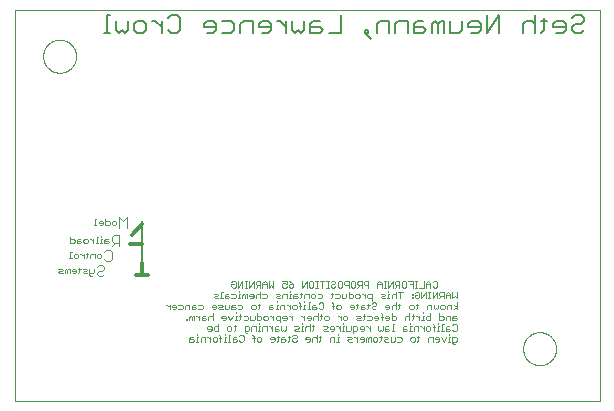
<source format=gbo>
G75*
%MOIN*%
%OFA0B0*%
%FSLAX25Y25*%
%IPPOS*%
%LPD*%
%AMOC8*
5,1,8,0,0,1.08239X$1,22.5*
%
%ADD10C,0.00000*%
%ADD11C,0.00500*%
%ADD12C,0.00200*%
%ADD13C,0.01200*%
%ADD14C,0.00300*%
D10*
X0001300Y0001300D02*
X0001300Y0131800D01*
X0196300Y0131800D01*
X0196300Y0001300D01*
X0001300Y0001300D01*
X0010800Y0116300D02*
X0010802Y0116448D01*
X0010808Y0116596D01*
X0010818Y0116744D01*
X0010832Y0116892D01*
X0010850Y0117039D01*
X0010872Y0117186D01*
X0010898Y0117332D01*
X0010927Y0117477D01*
X0010961Y0117622D01*
X0010999Y0117765D01*
X0011040Y0117908D01*
X0011085Y0118049D01*
X0011135Y0118189D01*
X0011187Y0118327D01*
X0011244Y0118465D01*
X0011304Y0118600D01*
X0011368Y0118734D01*
X0011435Y0118866D01*
X0011506Y0118996D01*
X0011581Y0119125D01*
X0011659Y0119251D01*
X0011740Y0119375D01*
X0011824Y0119497D01*
X0011912Y0119616D01*
X0012003Y0119733D01*
X0012097Y0119848D01*
X0012195Y0119960D01*
X0012295Y0120069D01*
X0012398Y0120176D01*
X0012504Y0120280D01*
X0012612Y0120381D01*
X0012724Y0120479D01*
X0012838Y0120574D01*
X0012954Y0120665D01*
X0013073Y0120754D01*
X0013194Y0120839D01*
X0013318Y0120921D01*
X0013444Y0121000D01*
X0013571Y0121075D01*
X0013701Y0121147D01*
X0013833Y0121216D01*
X0013966Y0121280D01*
X0014101Y0121341D01*
X0014238Y0121399D01*
X0014376Y0121453D01*
X0014516Y0121503D01*
X0014657Y0121549D01*
X0014799Y0121591D01*
X0014942Y0121630D01*
X0015086Y0121664D01*
X0015232Y0121695D01*
X0015377Y0121722D01*
X0015524Y0121745D01*
X0015671Y0121764D01*
X0015819Y0121779D01*
X0015966Y0121790D01*
X0016115Y0121797D01*
X0016263Y0121800D01*
X0016411Y0121799D01*
X0016559Y0121794D01*
X0016707Y0121785D01*
X0016855Y0121772D01*
X0017003Y0121755D01*
X0017149Y0121734D01*
X0017296Y0121709D01*
X0017441Y0121680D01*
X0017586Y0121648D01*
X0017729Y0121611D01*
X0017872Y0121571D01*
X0018014Y0121526D01*
X0018154Y0121478D01*
X0018293Y0121426D01*
X0018430Y0121371D01*
X0018566Y0121311D01*
X0018701Y0121248D01*
X0018833Y0121182D01*
X0018964Y0121112D01*
X0019093Y0121038D01*
X0019219Y0120961D01*
X0019344Y0120881D01*
X0019466Y0120797D01*
X0019587Y0120710D01*
X0019704Y0120620D01*
X0019820Y0120526D01*
X0019932Y0120430D01*
X0020042Y0120331D01*
X0020150Y0120228D01*
X0020254Y0120123D01*
X0020356Y0120015D01*
X0020454Y0119904D01*
X0020550Y0119791D01*
X0020643Y0119675D01*
X0020732Y0119557D01*
X0020818Y0119436D01*
X0020901Y0119313D01*
X0020981Y0119188D01*
X0021057Y0119061D01*
X0021130Y0118931D01*
X0021199Y0118800D01*
X0021264Y0118667D01*
X0021327Y0118533D01*
X0021385Y0118396D01*
X0021440Y0118258D01*
X0021490Y0118119D01*
X0021538Y0117978D01*
X0021581Y0117837D01*
X0021621Y0117694D01*
X0021656Y0117550D01*
X0021688Y0117405D01*
X0021716Y0117259D01*
X0021740Y0117113D01*
X0021760Y0116966D01*
X0021776Y0116818D01*
X0021788Y0116671D01*
X0021796Y0116522D01*
X0021800Y0116374D01*
X0021800Y0116226D01*
X0021796Y0116078D01*
X0021788Y0115929D01*
X0021776Y0115782D01*
X0021760Y0115634D01*
X0021740Y0115487D01*
X0021716Y0115341D01*
X0021688Y0115195D01*
X0021656Y0115050D01*
X0021621Y0114906D01*
X0021581Y0114763D01*
X0021538Y0114622D01*
X0021490Y0114481D01*
X0021440Y0114342D01*
X0021385Y0114204D01*
X0021327Y0114067D01*
X0021264Y0113933D01*
X0021199Y0113800D01*
X0021130Y0113669D01*
X0021057Y0113539D01*
X0020981Y0113412D01*
X0020901Y0113287D01*
X0020818Y0113164D01*
X0020732Y0113043D01*
X0020643Y0112925D01*
X0020550Y0112809D01*
X0020454Y0112696D01*
X0020356Y0112585D01*
X0020254Y0112477D01*
X0020150Y0112372D01*
X0020042Y0112269D01*
X0019932Y0112170D01*
X0019820Y0112074D01*
X0019704Y0111980D01*
X0019587Y0111890D01*
X0019466Y0111803D01*
X0019344Y0111719D01*
X0019219Y0111639D01*
X0019093Y0111562D01*
X0018964Y0111488D01*
X0018833Y0111418D01*
X0018701Y0111352D01*
X0018566Y0111289D01*
X0018430Y0111229D01*
X0018293Y0111174D01*
X0018154Y0111122D01*
X0018014Y0111074D01*
X0017872Y0111029D01*
X0017729Y0110989D01*
X0017586Y0110952D01*
X0017441Y0110920D01*
X0017296Y0110891D01*
X0017149Y0110866D01*
X0017003Y0110845D01*
X0016855Y0110828D01*
X0016707Y0110815D01*
X0016559Y0110806D01*
X0016411Y0110801D01*
X0016263Y0110800D01*
X0016115Y0110803D01*
X0015966Y0110810D01*
X0015819Y0110821D01*
X0015671Y0110836D01*
X0015524Y0110855D01*
X0015377Y0110878D01*
X0015232Y0110905D01*
X0015086Y0110936D01*
X0014942Y0110970D01*
X0014799Y0111009D01*
X0014657Y0111051D01*
X0014516Y0111097D01*
X0014376Y0111147D01*
X0014238Y0111201D01*
X0014101Y0111259D01*
X0013966Y0111320D01*
X0013833Y0111384D01*
X0013701Y0111453D01*
X0013571Y0111525D01*
X0013444Y0111600D01*
X0013318Y0111679D01*
X0013194Y0111761D01*
X0013073Y0111846D01*
X0012954Y0111935D01*
X0012838Y0112026D01*
X0012724Y0112121D01*
X0012612Y0112219D01*
X0012504Y0112320D01*
X0012398Y0112424D01*
X0012295Y0112531D01*
X0012195Y0112640D01*
X0012097Y0112752D01*
X0012003Y0112867D01*
X0011912Y0112984D01*
X0011824Y0113103D01*
X0011740Y0113225D01*
X0011659Y0113349D01*
X0011581Y0113475D01*
X0011506Y0113604D01*
X0011435Y0113734D01*
X0011368Y0113866D01*
X0011304Y0114000D01*
X0011244Y0114135D01*
X0011187Y0114273D01*
X0011135Y0114411D01*
X0011085Y0114551D01*
X0011040Y0114692D01*
X0010999Y0114835D01*
X0010961Y0114978D01*
X0010927Y0115123D01*
X0010898Y0115268D01*
X0010872Y0115414D01*
X0010850Y0115561D01*
X0010832Y0115708D01*
X0010818Y0115856D01*
X0010808Y0116004D01*
X0010802Y0116152D01*
X0010800Y0116300D01*
X0170800Y0018800D02*
X0170802Y0018948D01*
X0170808Y0019096D01*
X0170818Y0019244D01*
X0170832Y0019392D01*
X0170850Y0019539D01*
X0170872Y0019686D01*
X0170898Y0019832D01*
X0170927Y0019977D01*
X0170961Y0020122D01*
X0170999Y0020265D01*
X0171040Y0020408D01*
X0171085Y0020549D01*
X0171135Y0020689D01*
X0171187Y0020827D01*
X0171244Y0020965D01*
X0171304Y0021100D01*
X0171368Y0021234D01*
X0171435Y0021366D01*
X0171506Y0021496D01*
X0171581Y0021625D01*
X0171659Y0021751D01*
X0171740Y0021875D01*
X0171824Y0021997D01*
X0171912Y0022116D01*
X0172003Y0022233D01*
X0172097Y0022348D01*
X0172195Y0022460D01*
X0172295Y0022569D01*
X0172398Y0022676D01*
X0172504Y0022780D01*
X0172612Y0022881D01*
X0172724Y0022979D01*
X0172838Y0023074D01*
X0172954Y0023165D01*
X0173073Y0023254D01*
X0173194Y0023339D01*
X0173318Y0023421D01*
X0173444Y0023500D01*
X0173571Y0023575D01*
X0173701Y0023647D01*
X0173833Y0023716D01*
X0173966Y0023780D01*
X0174101Y0023841D01*
X0174238Y0023899D01*
X0174376Y0023953D01*
X0174516Y0024003D01*
X0174657Y0024049D01*
X0174799Y0024091D01*
X0174942Y0024130D01*
X0175086Y0024164D01*
X0175232Y0024195D01*
X0175377Y0024222D01*
X0175524Y0024245D01*
X0175671Y0024264D01*
X0175819Y0024279D01*
X0175966Y0024290D01*
X0176115Y0024297D01*
X0176263Y0024300D01*
X0176411Y0024299D01*
X0176559Y0024294D01*
X0176707Y0024285D01*
X0176855Y0024272D01*
X0177003Y0024255D01*
X0177149Y0024234D01*
X0177296Y0024209D01*
X0177441Y0024180D01*
X0177586Y0024148D01*
X0177729Y0024111D01*
X0177872Y0024071D01*
X0178014Y0024026D01*
X0178154Y0023978D01*
X0178293Y0023926D01*
X0178430Y0023871D01*
X0178566Y0023811D01*
X0178701Y0023748D01*
X0178833Y0023682D01*
X0178964Y0023612D01*
X0179093Y0023538D01*
X0179219Y0023461D01*
X0179344Y0023381D01*
X0179466Y0023297D01*
X0179587Y0023210D01*
X0179704Y0023120D01*
X0179820Y0023026D01*
X0179932Y0022930D01*
X0180042Y0022831D01*
X0180150Y0022728D01*
X0180254Y0022623D01*
X0180356Y0022515D01*
X0180454Y0022404D01*
X0180550Y0022291D01*
X0180643Y0022175D01*
X0180732Y0022057D01*
X0180818Y0021936D01*
X0180901Y0021813D01*
X0180981Y0021688D01*
X0181057Y0021561D01*
X0181130Y0021431D01*
X0181199Y0021300D01*
X0181264Y0021167D01*
X0181327Y0021033D01*
X0181385Y0020896D01*
X0181440Y0020758D01*
X0181490Y0020619D01*
X0181538Y0020478D01*
X0181581Y0020337D01*
X0181621Y0020194D01*
X0181656Y0020050D01*
X0181688Y0019905D01*
X0181716Y0019759D01*
X0181740Y0019613D01*
X0181760Y0019466D01*
X0181776Y0019318D01*
X0181788Y0019171D01*
X0181796Y0019022D01*
X0181800Y0018874D01*
X0181800Y0018726D01*
X0181796Y0018578D01*
X0181788Y0018429D01*
X0181776Y0018282D01*
X0181760Y0018134D01*
X0181740Y0017987D01*
X0181716Y0017841D01*
X0181688Y0017695D01*
X0181656Y0017550D01*
X0181621Y0017406D01*
X0181581Y0017263D01*
X0181538Y0017122D01*
X0181490Y0016981D01*
X0181440Y0016842D01*
X0181385Y0016704D01*
X0181327Y0016567D01*
X0181264Y0016433D01*
X0181199Y0016300D01*
X0181130Y0016169D01*
X0181057Y0016039D01*
X0180981Y0015912D01*
X0180901Y0015787D01*
X0180818Y0015664D01*
X0180732Y0015543D01*
X0180643Y0015425D01*
X0180550Y0015309D01*
X0180454Y0015196D01*
X0180356Y0015085D01*
X0180254Y0014977D01*
X0180150Y0014872D01*
X0180042Y0014769D01*
X0179932Y0014670D01*
X0179820Y0014574D01*
X0179704Y0014480D01*
X0179587Y0014390D01*
X0179466Y0014303D01*
X0179344Y0014219D01*
X0179219Y0014139D01*
X0179093Y0014062D01*
X0178964Y0013988D01*
X0178833Y0013918D01*
X0178701Y0013852D01*
X0178566Y0013789D01*
X0178430Y0013729D01*
X0178293Y0013674D01*
X0178154Y0013622D01*
X0178014Y0013574D01*
X0177872Y0013529D01*
X0177729Y0013489D01*
X0177586Y0013452D01*
X0177441Y0013420D01*
X0177296Y0013391D01*
X0177149Y0013366D01*
X0177003Y0013345D01*
X0176855Y0013328D01*
X0176707Y0013315D01*
X0176559Y0013306D01*
X0176411Y0013301D01*
X0176263Y0013300D01*
X0176115Y0013303D01*
X0175966Y0013310D01*
X0175819Y0013321D01*
X0175671Y0013336D01*
X0175524Y0013355D01*
X0175377Y0013378D01*
X0175232Y0013405D01*
X0175086Y0013436D01*
X0174942Y0013470D01*
X0174799Y0013509D01*
X0174657Y0013551D01*
X0174516Y0013597D01*
X0174376Y0013647D01*
X0174238Y0013701D01*
X0174101Y0013759D01*
X0173966Y0013820D01*
X0173833Y0013884D01*
X0173701Y0013953D01*
X0173571Y0014025D01*
X0173444Y0014100D01*
X0173318Y0014179D01*
X0173194Y0014261D01*
X0173073Y0014346D01*
X0172954Y0014435D01*
X0172838Y0014526D01*
X0172724Y0014621D01*
X0172612Y0014719D01*
X0172504Y0014820D01*
X0172398Y0014924D01*
X0172295Y0015031D01*
X0172195Y0015140D01*
X0172097Y0015252D01*
X0172003Y0015367D01*
X0171912Y0015484D01*
X0171824Y0015603D01*
X0171740Y0015725D01*
X0171659Y0015849D01*
X0171581Y0015975D01*
X0171506Y0016104D01*
X0171435Y0016234D01*
X0171368Y0016366D01*
X0171304Y0016500D01*
X0171244Y0016635D01*
X0171187Y0016773D01*
X0171135Y0016911D01*
X0171085Y0017051D01*
X0171040Y0017192D01*
X0170999Y0017335D01*
X0170961Y0017478D01*
X0170927Y0017623D01*
X0170898Y0017768D01*
X0170872Y0017914D01*
X0170850Y0018061D01*
X0170832Y0018208D01*
X0170818Y0018356D01*
X0170808Y0018504D01*
X0170802Y0018652D01*
X0170800Y0018800D01*
D11*
X0043800Y0047300D02*
X0043800Y0053800D01*
X0043800Y0060300D01*
X0043800Y0061300D01*
X0118114Y0124050D02*
X0120149Y0122015D01*
X0119132Y0124050D02*
X0118114Y0124050D01*
X0118114Y0125068D01*
X0119132Y0125068D01*
X0119132Y0124050D01*
X0122157Y0124050D02*
X0122157Y0127103D01*
X0123174Y0128120D01*
X0126227Y0128120D01*
X0126227Y0124050D01*
X0128234Y0124050D02*
X0128234Y0127103D01*
X0129251Y0128120D01*
X0132304Y0128120D01*
X0132304Y0124050D01*
X0134311Y0124050D02*
X0137363Y0124050D01*
X0138381Y0125068D01*
X0137363Y0126085D01*
X0134311Y0126085D01*
X0134311Y0127103D02*
X0134311Y0124050D01*
X0134311Y0127103D02*
X0135328Y0128120D01*
X0137363Y0128120D01*
X0140388Y0127103D02*
X0140388Y0124050D01*
X0142423Y0124050D02*
X0142423Y0127103D01*
X0141406Y0128120D01*
X0140388Y0127103D01*
X0142423Y0127103D02*
X0143441Y0128120D01*
X0144458Y0128120D01*
X0144458Y0124050D01*
X0146465Y0124050D02*
X0146465Y0128120D01*
X0150535Y0128120D02*
X0150535Y0125068D01*
X0149518Y0124050D01*
X0146465Y0124050D01*
X0152542Y0126085D02*
X0152542Y0127103D01*
X0153560Y0128120D01*
X0155595Y0128120D01*
X0156613Y0127103D01*
X0156613Y0125068D01*
X0155595Y0124050D01*
X0153560Y0124050D01*
X0152542Y0126085D02*
X0156613Y0126085D01*
X0158620Y0124050D02*
X0158620Y0130155D01*
X0162690Y0130155D02*
X0158620Y0124050D01*
X0162690Y0124050D02*
X0162690Y0130155D01*
X0170774Y0127103D02*
X0170774Y0124050D01*
X0174844Y0124050D02*
X0174844Y0130155D01*
X0173827Y0128120D02*
X0171792Y0128120D01*
X0170774Y0127103D01*
X0173827Y0128120D02*
X0174844Y0127103D01*
X0176861Y0128120D02*
X0178896Y0128120D01*
X0177878Y0129138D02*
X0177878Y0125068D01*
X0176861Y0124050D01*
X0180903Y0126085D02*
X0184973Y0126085D01*
X0184973Y0125068D02*
X0184973Y0127103D01*
X0183955Y0128120D01*
X0181920Y0128120D01*
X0180903Y0127103D01*
X0180903Y0126085D01*
X0181920Y0124050D02*
X0183955Y0124050D01*
X0184973Y0125068D01*
X0186980Y0125068D02*
X0186980Y0126085D01*
X0187997Y0127103D01*
X0190032Y0127103D01*
X0191050Y0128120D01*
X0191050Y0129138D01*
X0190032Y0130155D01*
X0187997Y0130155D01*
X0186980Y0129138D01*
X0186980Y0125068D02*
X0187997Y0124050D01*
X0190032Y0124050D01*
X0191050Y0125068D01*
X0110021Y0124050D02*
X0105951Y0124050D01*
X0103944Y0125068D02*
X0102926Y0126085D01*
X0099873Y0126085D01*
X0099873Y0127103D02*
X0099873Y0124050D01*
X0102926Y0124050D01*
X0103944Y0125068D01*
X0102926Y0128120D02*
X0100891Y0128120D01*
X0099873Y0127103D01*
X0097866Y0128120D02*
X0097866Y0125068D01*
X0096849Y0124050D01*
X0095831Y0125068D01*
X0094814Y0124050D01*
X0093796Y0125068D01*
X0093796Y0128120D01*
X0091789Y0128120D02*
X0091789Y0124050D01*
X0091789Y0126085D02*
X0089754Y0128120D01*
X0088737Y0128120D01*
X0086725Y0127103D02*
X0085707Y0128120D01*
X0083672Y0128120D01*
X0082655Y0127103D01*
X0082655Y0126085D01*
X0086725Y0126085D01*
X0086725Y0125068D02*
X0086725Y0127103D01*
X0086725Y0125068D02*
X0085707Y0124050D01*
X0083672Y0124050D01*
X0080648Y0124050D02*
X0080648Y0128120D01*
X0077595Y0128120D01*
X0076578Y0127103D01*
X0076578Y0124050D01*
X0074571Y0125068D02*
X0073553Y0124050D01*
X0070500Y0124050D01*
X0068493Y0125068D02*
X0068493Y0127103D01*
X0067476Y0128120D01*
X0065441Y0128120D01*
X0064423Y0127103D01*
X0064423Y0126085D01*
X0068493Y0126085D01*
X0068493Y0125068D02*
X0067476Y0124050D01*
X0065441Y0124050D01*
X0070500Y0128120D02*
X0073553Y0128120D01*
X0074571Y0127103D01*
X0074571Y0125068D01*
X0056339Y0125068D02*
X0055321Y0124050D01*
X0053286Y0124050D01*
X0052269Y0125068D01*
X0050262Y0126085D02*
X0048227Y0128120D01*
X0047209Y0128120D01*
X0045197Y0127103D02*
X0045197Y0125068D01*
X0044180Y0124050D01*
X0042145Y0124050D01*
X0041127Y0125068D01*
X0041127Y0127103D01*
X0042145Y0128120D01*
X0044180Y0128120D01*
X0045197Y0127103D01*
X0050262Y0128120D02*
X0050262Y0124050D01*
X0056339Y0125068D02*
X0056339Y0129138D01*
X0055321Y0130155D01*
X0053286Y0130155D01*
X0052269Y0129138D01*
X0039120Y0128120D02*
X0039120Y0125068D01*
X0038103Y0124050D01*
X0037085Y0125068D01*
X0036068Y0124050D01*
X0035050Y0125068D01*
X0035050Y0128120D01*
X0033043Y0130155D02*
X0032026Y0130155D01*
X0032026Y0124050D01*
X0033043Y0124050D02*
X0031008Y0124050D01*
X0110021Y0124050D02*
X0110021Y0130155D01*
D12*
X0031522Y0062102D02*
X0031522Y0059900D01*
X0032623Y0059900D01*
X0032990Y0060267D01*
X0032990Y0061001D01*
X0032623Y0061368D01*
X0031522Y0061368D01*
X0030780Y0061001D02*
X0030413Y0061368D01*
X0029679Y0061368D01*
X0029312Y0061001D01*
X0029312Y0060634D01*
X0030780Y0060634D01*
X0030780Y0060267D02*
X0030780Y0061001D01*
X0030780Y0060267D02*
X0030413Y0059900D01*
X0029679Y0059900D01*
X0028570Y0059900D02*
X0027836Y0059900D01*
X0028203Y0059900D02*
X0028203Y0062102D01*
X0028570Y0062102D01*
X0033732Y0061001D02*
X0034099Y0061368D01*
X0034833Y0061368D01*
X0035200Y0061001D01*
X0035200Y0060267D01*
X0034833Y0059900D01*
X0034099Y0059900D01*
X0033732Y0060267D01*
X0033732Y0061001D01*
X0030123Y0056469D02*
X0030123Y0056102D01*
X0030123Y0055368D02*
X0030123Y0053900D01*
X0030490Y0053900D02*
X0029756Y0053900D01*
X0029017Y0053900D02*
X0028283Y0053900D01*
X0028650Y0053900D02*
X0028650Y0056102D01*
X0029017Y0056102D01*
X0030123Y0055368D02*
X0030490Y0055368D01*
X0031232Y0055001D02*
X0031232Y0053900D01*
X0032333Y0053900D01*
X0032700Y0054267D01*
X0032333Y0054634D01*
X0031232Y0054634D01*
X0031232Y0055001D02*
X0031599Y0055368D01*
X0032333Y0055368D01*
X0027544Y0055368D02*
X0027544Y0053900D01*
X0027544Y0054634D02*
X0026810Y0055368D01*
X0026443Y0055368D01*
X0025702Y0055001D02*
X0025702Y0054267D01*
X0025335Y0053900D01*
X0024601Y0053900D01*
X0024234Y0054267D01*
X0024234Y0055001D01*
X0024601Y0055368D01*
X0025335Y0055368D01*
X0025702Y0055001D01*
X0023492Y0054267D02*
X0023125Y0054634D01*
X0022024Y0054634D01*
X0022024Y0055001D02*
X0022024Y0053900D01*
X0023125Y0053900D01*
X0023492Y0054267D01*
X0023125Y0055368D02*
X0022391Y0055368D01*
X0022024Y0055001D01*
X0021282Y0055001D02*
X0021282Y0054267D01*
X0020915Y0053900D01*
X0019814Y0053900D01*
X0019814Y0056102D01*
X0019814Y0055368D02*
X0020915Y0055368D01*
X0021282Y0055001D01*
X0020256Y0051102D02*
X0019889Y0051102D01*
X0019889Y0048900D01*
X0020256Y0048900D02*
X0019522Y0048900D01*
X0020998Y0049267D02*
X0020998Y0050001D01*
X0021364Y0050368D01*
X0022098Y0050368D01*
X0022465Y0050001D01*
X0022465Y0049267D01*
X0022098Y0048900D01*
X0021364Y0048900D01*
X0020998Y0049267D01*
X0023206Y0050368D02*
X0023573Y0050368D01*
X0024307Y0049634D01*
X0024307Y0048900D02*
X0024307Y0050368D01*
X0025046Y0050368D02*
X0025780Y0050368D01*
X0025413Y0050735D02*
X0025413Y0049267D01*
X0025046Y0048900D01*
X0026522Y0048900D02*
X0026522Y0050001D01*
X0026889Y0050368D01*
X0027990Y0050368D01*
X0027990Y0048900D01*
X0028732Y0049267D02*
X0028732Y0050001D01*
X0029099Y0050368D01*
X0029833Y0050368D01*
X0030200Y0050001D01*
X0030200Y0049267D01*
X0029833Y0048900D01*
X0029099Y0048900D01*
X0028732Y0049267D01*
X0027700Y0045368D02*
X0027700Y0044267D01*
X0027333Y0043900D01*
X0026232Y0043900D01*
X0026232Y0043533D02*
X0026599Y0043166D01*
X0026966Y0043166D01*
X0026232Y0043533D02*
X0026232Y0045368D01*
X0025490Y0045001D02*
X0025123Y0045368D01*
X0024022Y0045368D01*
X0023280Y0045368D02*
X0022546Y0045368D01*
X0022913Y0045735D02*
X0022913Y0044267D01*
X0022546Y0043900D01*
X0021807Y0044267D02*
X0021807Y0045001D01*
X0021440Y0045368D01*
X0020706Y0045368D01*
X0020339Y0045001D01*
X0020339Y0044634D01*
X0021807Y0044634D01*
X0021807Y0044267D02*
X0021440Y0043900D01*
X0020706Y0043900D01*
X0019597Y0043900D02*
X0019597Y0045368D01*
X0019230Y0045368D01*
X0018863Y0045001D01*
X0018496Y0045368D01*
X0018129Y0045001D01*
X0018129Y0043900D01*
X0018863Y0043900D02*
X0018863Y0045001D01*
X0017387Y0045001D02*
X0017020Y0045368D01*
X0015919Y0045368D01*
X0016286Y0044634D02*
X0017020Y0044634D01*
X0017387Y0045001D01*
X0017387Y0043900D02*
X0016286Y0043900D01*
X0015919Y0044267D01*
X0016286Y0044634D01*
X0024022Y0044267D02*
X0024389Y0043900D01*
X0025490Y0043900D01*
X0025123Y0044634D02*
X0025490Y0045001D01*
X0025123Y0044634D02*
X0024389Y0044634D01*
X0024022Y0044267D01*
X0051838Y0033468D02*
X0052205Y0033468D01*
X0052939Y0032734D01*
X0052939Y0032000D02*
X0052939Y0033468D01*
X0053681Y0033101D02*
X0053681Y0032734D01*
X0055148Y0032734D01*
X0055148Y0033101D02*
X0054781Y0033468D01*
X0054047Y0033468D01*
X0053681Y0033101D01*
X0054047Y0032000D02*
X0054781Y0032000D01*
X0055148Y0032367D01*
X0055148Y0033101D01*
X0055890Y0033468D02*
X0056991Y0033468D01*
X0057358Y0033101D01*
X0057358Y0032367D01*
X0056991Y0032000D01*
X0055890Y0032000D01*
X0058100Y0032000D02*
X0058100Y0033101D01*
X0058467Y0033468D01*
X0059568Y0033468D01*
X0059568Y0032000D01*
X0060310Y0032000D02*
X0061411Y0032000D01*
X0061778Y0032367D01*
X0061411Y0032734D01*
X0060310Y0032734D01*
X0060310Y0033101D02*
X0060310Y0032000D01*
X0060310Y0033101D02*
X0060677Y0033468D01*
X0061411Y0033468D01*
X0062520Y0033468D02*
X0063621Y0033468D01*
X0063988Y0033101D01*
X0063988Y0032367D01*
X0063621Y0032000D01*
X0062520Y0032000D01*
X0062883Y0029868D02*
X0062883Y0028400D01*
X0062883Y0029134D02*
X0062149Y0029868D01*
X0061782Y0029868D01*
X0061041Y0029868D02*
X0061041Y0028400D01*
X0060307Y0028400D02*
X0060307Y0029501D01*
X0059940Y0029868D01*
X0059573Y0029501D01*
X0059573Y0028400D01*
X0058832Y0028400D02*
X0058465Y0028400D01*
X0058465Y0028767D01*
X0058832Y0028767D01*
X0058832Y0028400D01*
X0060307Y0029501D02*
X0060674Y0029868D01*
X0061041Y0029868D01*
X0063625Y0029501D02*
X0063625Y0028400D01*
X0064726Y0028400D01*
X0065093Y0028767D01*
X0064726Y0029134D01*
X0063625Y0029134D01*
X0063625Y0029501D02*
X0063992Y0029868D01*
X0064726Y0029868D01*
X0065835Y0029501D02*
X0065835Y0028400D01*
X0065835Y0029501D02*
X0066202Y0029868D01*
X0066936Y0029868D01*
X0067303Y0029501D01*
X0067303Y0030602D02*
X0067303Y0028400D01*
X0069144Y0027002D02*
X0069144Y0024800D01*
X0068043Y0024800D01*
X0067676Y0025167D01*
X0067676Y0025901D01*
X0068043Y0026268D01*
X0069144Y0026268D01*
X0066934Y0025901D02*
X0066934Y0025167D01*
X0066567Y0024800D01*
X0065834Y0024800D01*
X0065467Y0025534D02*
X0066934Y0025534D01*
X0066934Y0025901D02*
X0066567Y0026268D01*
X0065834Y0026268D01*
X0065467Y0025901D01*
X0065467Y0025534D01*
X0062148Y0023769D02*
X0062148Y0023402D01*
X0062148Y0022668D02*
X0062148Y0021200D01*
X0062515Y0021200D02*
X0061781Y0021200D01*
X0061041Y0021567D02*
X0060674Y0021934D01*
X0059574Y0021934D01*
X0059574Y0022301D02*
X0059574Y0021200D01*
X0060674Y0021200D01*
X0061041Y0021567D01*
X0060674Y0022668D02*
X0059941Y0022668D01*
X0059574Y0022301D01*
X0062148Y0022668D02*
X0062515Y0022668D01*
X0063257Y0022301D02*
X0063257Y0021200D01*
X0063257Y0022301D02*
X0063624Y0022668D01*
X0064725Y0022668D01*
X0064725Y0021200D01*
X0065465Y0022668D02*
X0065832Y0022668D01*
X0066566Y0021934D01*
X0066566Y0021200D02*
X0066566Y0022668D01*
X0067308Y0022301D02*
X0067675Y0022668D01*
X0068409Y0022668D01*
X0068776Y0022301D01*
X0068776Y0021567D01*
X0068409Y0021200D01*
X0067675Y0021200D01*
X0067308Y0021567D01*
X0067308Y0022301D01*
X0069515Y0022301D02*
X0070249Y0022301D01*
X0069882Y0023035D02*
X0069882Y0021200D01*
X0070989Y0021200D02*
X0071723Y0021200D01*
X0071356Y0021200D02*
X0071356Y0022668D01*
X0071723Y0022668D01*
X0071356Y0023402D02*
X0071356Y0023769D01*
X0072463Y0024800D02*
X0072096Y0025167D01*
X0072096Y0025901D01*
X0072463Y0026268D01*
X0073197Y0026268D01*
X0073564Y0025901D01*
X0073564Y0025167D01*
X0073197Y0024800D01*
X0072463Y0024800D01*
X0072829Y0023402D02*
X0072829Y0021200D01*
X0073196Y0021200D02*
X0072462Y0021200D01*
X0073938Y0021200D02*
X0073938Y0022301D01*
X0074305Y0022668D01*
X0075039Y0022668D01*
X0075039Y0021934D02*
X0073938Y0021934D01*
X0073938Y0021200D02*
X0075039Y0021200D01*
X0075406Y0021567D01*
X0075039Y0021934D01*
X0076148Y0021567D02*
X0076515Y0021200D01*
X0077249Y0021200D01*
X0077616Y0021567D01*
X0077616Y0023035D01*
X0077249Y0023402D01*
X0076515Y0023402D01*
X0076148Y0023035D01*
X0077989Y0024433D02*
X0077989Y0026268D01*
X0079090Y0026268D01*
X0079457Y0025901D01*
X0079457Y0025167D01*
X0079090Y0024800D01*
X0077989Y0024800D01*
X0077989Y0024433D02*
X0078356Y0024066D01*
X0078723Y0024066D01*
X0080199Y0024800D02*
X0080199Y0025901D01*
X0080566Y0026268D01*
X0081667Y0026268D01*
X0081667Y0024800D01*
X0082406Y0024800D02*
X0083140Y0024800D01*
X0082773Y0024800D02*
X0082773Y0026268D01*
X0083140Y0026268D01*
X0082773Y0027002D02*
X0082773Y0027369D01*
X0083142Y0028400D02*
X0082041Y0028400D01*
X0082041Y0030602D01*
X0082041Y0029868D02*
X0083142Y0029868D01*
X0083509Y0029501D01*
X0083509Y0028767D01*
X0083142Y0028400D01*
X0084250Y0028767D02*
X0084250Y0029501D01*
X0084617Y0029868D01*
X0085351Y0029868D01*
X0085718Y0029501D01*
X0085718Y0028767D01*
X0085351Y0028400D01*
X0084617Y0028400D01*
X0084250Y0028767D01*
X0086459Y0029868D02*
X0086826Y0029868D01*
X0087560Y0029134D01*
X0087560Y0028400D02*
X0087560Y0029868D01*
X0088302Y0029501D02*
X0088302Y0028767D01*
X0088669Y0028400D01*
X0089770Y0028400D01*
X0089770Y0027666D02*
X0089770Y0029868D01*
X0088669Y0029868D01*
X0088302Y0029501D01*
X0090512Y0029501D02*
X0090512Y0029134D01*
X0091980Y0029134D01*
X0091980Y0028767D02*
X0091980Y0029501D01*
X0091613Y0029868D01*
X0090879Y0029868D01*
X0090512Y0029501D01*
X0090879Y0028400D02*
X0091613Y0028400D01*
X0091980Y0028767D01*
X0092720Y0029868D02*
X0093087Y0029868D01*
X0093821Y0029134D01*
X0093821Y0028400D02*
X0093821Y0029868D01*
X0094194Y0032000D02*
X0093827Y0032367D01*
X0093827Y0033101D01*
X0094194Y0033468D01*
X0094928Y0033468D01*
X0095295Y0033101D01*
X0095295Y0032367D01*
X0094928Y0032000D01*
X0094194Y0032000D01*
X0093085Y0032000D02*
X0093085Y0033468D01*
X0093085Y0032734D02*
X0092351Y0033468D01*
X0091984Y0033468D01*
X0091243Y0033468D02*
X0090142Y0033468D01*
X0089775Y0033101D01*
X0089775Y0032000D01*
X0089033Y0032000D02*
X0088299Y0032000D01*
X0088666Y0032000D02*
X0088666Y0033468D01*
X0089033Y0033468D01*
X0088666Y0034202D02*
X0088666Y0034569D01*
X0088669Y0035600D02*
X0088302Y0035967D01*
X0088669Y0036334D01*
X0089403Y0036334D01*
X0089770Y0036701D01*
X0089403Y0037068D01*
X0088302Y0037068D01*
X0088669Y0035600D02*
X0089770Y0035600D01*
X0090512Y0035600D02*
X0090512Y0036701D01*
X0090879Y0037068D01*
X0091980Y0037068D01*
X0091980Y0035600D01*
X0092719Y0035600D02*
X0093453Y0035600D01*
X0093086Y0035600D02*
X0093086Y0037068D01*
X0093453Y0037068D01*
X0093086Y0037802D02*
X0093086Y0038169D01*
X0093089Y0039200D02*
X0092722Y0039567D01*
X0092722Y0039934D01*
X0093089Y0040301D01*
X0094190Y0040301D01*
X0094190Y0039567D01*
X0093823Y0039200D01*
X0093089Y0039200D01*
X0091980Y0039567D02*
X0091613Y0039200D01*
X0090879Y0039200D01*
X0090512Y0039567D01*
X0090512Y0040301D01*
X0090879Y0040668D01*
X0091246Y0040668D01*
X0091980Y0040301D01*
X0091980Y0041402D01*
X0090512Y0041402D01*
X0092722Y0041402D02*
X0093456Y0041035D01*
X0094190Y0040301D01*
X0097141Y0039200D02*
X0097141Y0041402D01*
X0098609Y0041402D02*
X0097141Y0039200D01*
X0098609Y0039200D02*
X0098609Y0041402D01*
X0099351Y0041035D02*
X0099351Y0039567D01*
X0099718Y0039200D01*
X0100452Y0039200D01*
X0100819Y0039567D01*
X0100819Y0041035D01*
X0100452Y0041402D01*
X0099718Y0041402D01*
X0099351Y0041035D01*
X0101559Y0041402D02*
X0102293Y0041402D01*
X0101926Y0041402D02*
X0101926Y0039200D01*
X0102293Y0039200D02*
X0101559Y0039200D01*
X0103768Y0039200D02*
X0103768Y0041402D01*
X0104502Y0041402D02*
X0103034Y0041402D01*
X0105242Y0041402D02*
X0105976Y0041402D01*
X0105609Y0041402D02*
X0105609Y0039200D01*
X0105976Y0039200D02*
X0105242Y0039200D01*
X0106718Y0039567D02*
X0107085Y0039200D01*
X0107819Y0039200D01*
X0108186Y0039567D01*
X0108928Y0039567D02*
X0108928Y0041035D01*
X0109294Y0041402D01*
X0110028Y0041402D01*
X0110395Y0041035D01*
X0110395Y0039567D01*
X0110028Y0039200D01*
X0109294Y0039200D01*
X0108928Y0039567D01*
X0108186Y0040668D02*
X0107819Y0040301D01*
X0107085Y0040301D01*
X0106718Y0039934D01*
X0106718Y0039567D01*
X0106718Y0041035D02*
X0107085Y0041402D01*
X0107819Y0041402D01*
X0108186Y0041035D01*
X0108186Y0040668D01*
X0111137Y0041035D02*
X0111137Y0040301D01*
X0111504Y0039934D01*
X0112605Y0039934D01*
X0112605Y0039200D02*
X0112605Y0041402D01*
X0111504Y0041402D01*
X0111137Y0041035D01*
X0113347Y0041035D02*
X0113347Y0039567D01*
X0113714Y0039200D01*
X0114448Y0039200D01*
X0114815Y0039567D01*
X0114815Y0041035D01*
X0114448Y0041402D01*
X0113714Y0041402D01*
X0113347Y0041035D01*
X0115557Y0041035D02*
X0115557Y0040301D01*
X0115924Y0039934D01*
X0117025Y0039934D01*
X0116291Y0039934D02*
X0115557Y0039200D01*
X0117025Y0039200D02*
X0117025Y0041402D01*
X0115924Y0041402D01*
X0115557Y0041035D01*
X0117767Y0041035D02*
X0117767Y0040301D01*
X0118134Y0039934D01*
X0119235Y0039934D01*
X0119235Y0039200D02*
X0119235Y0041402D01*
X0118134Y0041402D01*
X0117767Y0041035D01*
X0122187Y0040668D02*
X0122187Y0039200D01*
X0122187Y0040301D02*
X0123655Y0040301D01*
X0123655Y0040668D02*
X0122921Y0041402D01*
X0122187Y0040668D01*
X0123655Y0040668D02*
X0123655Y0039200D01*
X0124394Y0039200D02*
X0125128Y0039200D01*
X0124761Y0039200D02*
X0124761Y0041402D01*
X0125128Y0041402D02*
X0124394Y0041402D01*
X0125870Y0041402D02*
X0125870Y0039200D01*
X0127338Y0041402D01*
X0127338Y0039200D01*
X0128080Y0039200D02*
X0128814Y0039934D01*
X0128447Y0039934D02*
X0129548Y0039934D01*
X0129548Y0039200D02*
X0129548Y0041402D01*
X0128447Y0041402D01*
X0128080Y0041035D01*
X0128080Y0040301D01*
X0128447Y0039934D01*
X0130290Y0039567D02*
X0130290Y0041035D01*
X0130657Y0041402D01*
X0131391Y0041402D01*
X0131758Y0041035D01*
X0131758Y0039567D01*
X0131391Y0039200D01*
X0130657Y0039200D01*
X0130290Y0039567D01*
X0130653Y0037802D02*
X0129185Y0037802D01*
X0129919Y0037802D02*
X0129919Y0035600D01*
X0128443Y0035600D02*
X0128443Y0037802D01*
X0128076Y0037068D02*
X0127342Y0037068D01*
X0126975Y0036701D01*
X0126975Y0035600D01*
X0126233Y0035600D02*
X0125499Y0035600D01*
X0125866Y0035600D02*
X0125866Y0037068D01*
X0126233Y0037068D01*
X0125866Y0037802D02*
X0125866Y0038169D01*
X0124760Y0036701D02*
X0124393Y0037068D01*
X0123292Y0037068D01*
X0123659Y0036334D02*
X0124393Y0036334D01*
X0124760Y0036701D01*
X0124760Y0035600D02*
X0123659Y0035600D01*
X0123292Y0035967D01*
X0123659Y0036334D01*
X0121446Y0034202D02*
X0121813Y0033835D01*
X0121813Y0033468D01*
X0121446Y0033101D01*
X0120712Y0033101D01*
X0120345Y0032734D01*
X0120345Y0032367D01*
X0120712Y0032000D01*
X0121446Y0032000D01*
X0121813Y0032367D01*
X0121446Y0034202D02*
X0120712Y0034202D01*
X0120345Y0033835D01*
X0119603Y0033468D02*
X0118869Y0033468D01*
X0119236Y0033835D02*
X0119236Y0032367D01*
X0118869Y0032000D01*
X0118130Y0032367D02*
X0117763Y0032734D01*
X0116662Y0032734D01*
X0116662Y0033101D02*
X0116662Y0032000D01*
X0117763Y0032000D01*
X0118130Y0032367D01*
X0117763Y0033468D02*
X0117029Y0033468D01*
X0116662Y0033101D01*
X0115920Y0033468D02*
X0115186Y0033468D01*
X0115553Y0033835D02*
X0115553Y0032367D01*
X0115186Y0032000D01*
X0114447Y0032367D02*
X0114447Y0033101D01*
X0114080Y0033468D01*
X0113346Y0033468D01*
X0112979Y0033101D01*
X0112979Y0032734D01*
X0114447Y0032734D01*
X0114447Y0032367D02*
X0114080Y0032000D01*
X0113346Y0032000D01*
X0111870Y0029868D02*
X0112237Y0029501D01*
X0112237Y0028767D01*
X0111870Y0028400D01*
X0111136Y0028400D01*
X0110769Y0028767D01*
X0110769Y0029501D01*
X0111136Y0029868D01*
X0111870Y0029868D01*
X0110027Y0029868D02*
X0110027Y0028400D01*
X0110027Y0029134D02*
X0109293Y0029868D01*
X0108926Y0029868D01*
X0108926Y0032000D02*
X0108559Y0032367D01*
X0108559Y0033101D01*
X0108926Y0033468D01*
X0109660Y0033468D01*
X0110027Y0033101D01*
X0110027Y0032367D01*
X0109660Y0032000D01*
X0108926Y0032000D01*
X0107450Y0032000D02*
X0107450Y0033835D01*
X0107083Y0034202D01*
X0107083Y0033101D02*
X0107817Y0033101D01*
X0108191Y0035600D02*
X0109292Y0035600D01*
X0109659Y0035967D01*
X0109659Y0036701D01*
X0109292Y0037068D01*
X0108191Y0037068D01*
X0107449Y0037068D02*
X0106715Y0037068D01*
X0107082Y0037435D02*
X0107082Y0035967D01*
X0106715Y0035600D01*
X0110401Y0035600D02*
X0110401Y0037068D01*
X0111869Y0037068D02*
X0111869Y0035967D01*
X0111502Y0035600D01*
X0110401Y0035600D01*
X0112611Y0035600D02*
X0113712Y0035600D01*
X0114079Y0035967D01*
X0114079Y0036701D01*
X0113712Y0037068D01*
X0112611Y0037068D01*
X0112611Y0037802D02*
X0112611Y0035600D01*
X0114821Y0035967D02*
X0114821Y0036701D01*
X0115187Y0037068D01*
X0115921Y0037068D01*
X0116288Y0036701D01*
X0116288Y0035967D01*
X0115921Y0035600D01*
X0115187Y0035600D01*
X0114821Y0035967D01*
X0117029Y0037068D02*
X0117396Y0037068D01*
X0118130Y0036334D01*
X0118130Y0035600D02*
X0118130Y0037068D01*
X0118872Y0036701D02*
X0118872Y0035967D01*
X0119239Y0035600D01*
X0120340Y0035600D01*
X0120340Y0034866D02*
X0120340Y0037068D01*
X0119239Y0037068D01*
X0118872Y0036701D01*
X0124765Y0033101D02*
X0124765Y0032734D01*
X0126233Y0032734D01*
X0126233Y0033101D02*
X0125866Y0033468D01*
X0125132Y0033468D01*
X0124765Y0033101D01*
X0125132Y0032000D02*
X0125866Y0032000D01*
X0126233Y0032367D01*
X0126233Y0033101D01*
X0126975Y0033101D02*
X0126975Y0032000D01*
X0126975Y0033101D02*
X0127342Y0033468D01*
X0128076Y0033468D01*
X0128443Y0033101D01*
X0129182Y0033468D02*
X0129916Y0033468D01*
X0129549Y0033835D02*
X0129549Y0032367D01*
X0129182Y0032000D01*
X0128443Y0032000D02*
X0128443Y0034202D01*
X0128443Y0036701D02*
X0128076Y0037068D01*
X0133600Y0037068D02*
X0133600Y0036701D01*
X0133967Y0036701D01*
X0133967Y0037068D01*
X0133600Y0037068D01*
X0133600Y0035967D02*
X0133600Y0035600D01*
X0133967Y0035600D01*
X0133967Y0035967D01*
X0133600Y0035967D01*
X0134709Y0035967D02*
X0134709Y0036701D01*
X0135443Y0036701D01*
X0134709Y0037435D02*
X0135076Y0037802D01*
X0135810Y0037802D01*
X0136177Y0037435D01*
X0136177Y0035967D01*
X0135810Y0035600D01*
X0135076Y0035600D01*
X0134709Y0035967D01*
X0136919Y0035600D02*
X0136919Y0037802D01*
X0138387Y0037802D02*
X0136919Y0035600D01*
X0138387Y0035600D02*
X0138387Y0037802D01*
X0139127Y0037802D02*
X0139860Y0037802D01*
X0139494Y0037802D02*
X0139494Y0035600D01*
X0139860Y0035600D02*
X0139127Y0035600D01*
X0140602Y0035600D02*
X0140602Y0037802D01*
X0140969Y0039200D02*
X0140602Y0039567D01*
X0140969Y0039200D02*
X0141703Y0039200D01*
X0142070Y0039567D01*
X0142070Y0041035D01*
X0141703Y0041402D01*
X0140969Y0041402D01*
X0140602Y0041035D01*
X0139860Y0040668D02*
X0139860Y0039200D01*
X0139860Y0040301D02*
X0138393Y0040301D01*
X0138393Y0040668D02*
X0138393Y0039200D01*
X0137651Y0039200D02*
X0137651Y0041402D01*
X0138393Y0040668D02*
X0139127Y0041402D01*
X0139860Y0040668D01*
X0137651Y0039200D02*
X0136183Y0039200D01*
X0135441Y0039200D02*
X0134707Y0039200D01*
X0135074Y0039200D02*
X0135074Y0041402D01*
X0135441Y0041402D02*
X0134707Y0041402D01*
X0133967Y0041402D02*
X0133967Y0039200D01*
X0133967Y0040301D02*
X0133234Y0040301D01*
X0133967Y0041402D02*
X0132500Y0041402D01*
X0140602Y0035600D02*
X0142070Y0037802D01*
X0142070Y0035600D01*
X0142812Y0035600D02*
X0143546Y0036334D01*
X0143179Y0036334D02*
X0144280Y0036334D01*
X0144280Y0035600D02*
X0144280Y0037802D01*
X0143179Y0037802D01*
X0142812Y0037435D01*
X0142812Y0036701D01*
X0143179Y0036334D01*
X0145022Y0036701D02*
X0146490Y0036701D01*
X0146490Y0037068D02*
X0145756Y0037802D01*
X0145022Y0037068D01*
X0145022Y0035600D01*
X0146490Y0035600D02*
X0146490Y0037068D01*
X0147232Y0037802D02*
X0147232Y0035600D01*
X0147966Y0036334D01*
X0148700Y0035600D01*
X0148700Y0037802D01*
X0148700Y0034202D02*
X0148700Y0032000D01*
X0148700Y0032734D02*
X0147599Y0033468D01*
X0146858Y0033468D02*
X0145757Y0033468D01*
X0145391Y0033101D01*
X0145391Y0032000D01*
X0144649Y0032367D02*
X0144282Y0032000D01*
X0143548Y0032000D01*
X0143181Y0032367D01*
X0143181Y0033101D01*
X0143548Y0033468D01*
X0144282Y0033468D01*
X0144649Y0033101D01*
X0144649Y0032367D01*
X0142439Y0032367D02*
X0142439Y0033468D01*
X0142439Y0032367D02*
X0142072Y0032000D01*
X0141705Y0032367D01*
X0141338Y0032000D01*
X0140971Y0032367D01*
X0140971Y0033468D01*
X0140229Y0033468D02*
X0139128Y0033468D01*
X0138761Y0033101D01*
X0138761Y0032000D01*
X0140229Y0032000D02*
X0140229Y0033468D01*
X0137284Y0030969D02*
X0137284Y0030602D01*
X0137284Y0029868D02*
X0137284Y0028400D01*
X0137651Y0028400D02*
X0136917Y0028400D01*
X0136177Y0028400D02*
X0136177Y0029868D01*
X0135443Y0029868D02*
X0135076Y0029868D01*
X0135443Y0029868D02*
X0136177Y0029134D01*
X0137284Y0029868D02*
X0137651Y0029868D01*
X0138393Y0029501D02*
X0138393Y0028767D01*
X0138760Y0028400D01*
X0139860Y0028400D01*
X0139860Y0030602D01*
X0139860Y0029868D02*
X0138760Y0029868D01*
X0138393Y0029501D01*
X0140600Y0027002D02*
X0140967Y0026635D01*
X0140967Y0024800D01*
X0142073Y0024800D02*
X0142807Y0024800D01*
X0142440Y0024800D02*
X0142440Y0026268D01*
X0142807Y0026268D01*
X0142440Y0027002D02*
X0142440Y0027369D01*
X0142812Y0028400D02*
X0143913Y0028400D01*
X0144280Y0028767D01*
X0144280Y0029501D01*
X0143913Y0029868D01*
X0142812Y0029868D01*
X0142812Y0030602D02*
X0142812Y0028400D01*
X0143913Y0027002D02*
X0143913Y0024800D01*
X0144280Y0024800D02*
X0143546Y0024800D01*
X0145022Y0024800D02*
X0145022Y0025901D01*
X0145389Y0026268D01*
X0146123Y0026268D01*
X0146123Y0025534D02*
X0145022Y0025534D01*
X0145022Y0024800D02*
X0146123Y0024800D01*
X0146490Y0025167D01*
X0146123Y0025534D01*
X0147232Y0025167D02*
X0147599Y0024800D01*
X0148333Y0024800D01*
X0148700Y0025167D01*
X0148700Y0026635D01*
X0148333Y0027002D01*
X0147599Y0027002D01*
X0147232Y0026635D01*
X0144280Y0027002D02*
X0143913Y0027002D01*
X0145022Y0028400D02*
X0145022Y0029501D01*
X0145389Y0029868D01*
X0146490Y0029868D01*
X0146490Y0028400D01*
X0147232Y0028400D02*
X0148333Y0028400D01*
X0148700Y0028767D01*
X0148333Y0029134D01*
X0147232Y0029134D01*
X0147232Y0029501D02*
X0147232Y0028400D01*
X0147232Y0029501D02*
X0147599Y0029868D01*
X0148333Y0029868D01*
X0147599Y0032000D02*
X0148700Y0032734D01*
X0146858Y0032000D02*
X0146858Y0033468D01*
X0141334Y0025901D02*
X0140600Y0025901D01*
X0139860Y0025901D02*
X0139860Y0025167D01*
X0139494Y0024800D01*
X0138760Y0024800D01*
X0138393Y0025167D01*
X0138393Y0025901D01*
X0138760Y0026268D01*
X0139494Y0026268D01*
X0139860Y0025901D01*
X0137651Y0026268D02*
X0137651Y0024800D01*
X0137651Y0025534D02*
X0136917Y0026268D01*
X0136550Y0026268D01*
X0135809Y0026268D02*
X0135809Y0024800D01*
X0134341Y0024800D02*
X0134341Y0025901D01*
X0134708Y0026268D01*
X0135809Y0026268D01*
X0133599Y0026268D02*
X0133232Y0026268D01*
X0133232Y0024800D01*
X0133599Y0024800D02*
X0132865Y0024800D01*
X0132126Y0025167D02*
X0131759Y0025534D01*
X0130658Y0025534D01*
X0130658Y0025901D02*
X0130658Y0024800D01*
X0131759Y0024800D01*
X0132126Y0025167D01*
X0131759Y0026268D02*
X0131025Y0026268D01*
X0130658Y0025901D01*
X0133232Y0027002D02*
X0133232Y0027369D01*
X0132863Y0028400D02*
X0132863Y0030602D01*
X0132496Y0029868D02*
X0131762Y0029868D01*
X0131395Y0029501D01*
X0131395Y0028400D01*
X0132863Y0029501D02*
X0132496Y0029868D01*
X0133602Y0029868D02*
X0134336Y0029868D01*
X0133969Y0030235D02*
X0133969Y0028767D01*
X0133602Y0028400D01*
X0133969Y0032000D02*
X0134336Y0032367D01*
X0134336Y0033101D01*
X0133969Y0033468D01*
X0133235Y0033468D01*
X0132868Y0033101D01*
X0132868Y0032367D01*
X0133235Y0032000D01*
X0133969Y0032000D01*
X0135075Y0032000D02*
X0135442Y0032367D01*
X0135442Y0033835D01*
X0135809Y0033468D02*
X0135075Y0033468D01*
X0128443Y0029501D02*
X0128076Y0029868D01*
X0126975Y0029868D01*
X0126975Y0030602D02*
X0126975Y0028400D01*
X0128076Y0028400D01*
X0128443Y0028767D01*
X0128443Y0029501D01*
X0126233Y0029501D02*
X0126233Y0028767D01*
X0125866Y0028400D01*
X0125132Y0028400D01*
X0124765Y0029134D02*
X0126233Y0029134D01*
X0126233Y0029501D02*
X0125866Y0029868D01*
X0125132Y0029868D01*
X0124765Y0029501D01*
X0124765Y0029134D01*
X0124023Y0029501D02*
X0123289Y0029501D01*
X0122550Y0029501D02*
X0122183Y0029868D01*
X0121449Y0029868D01*
X0121082Y0029501D01*
X0121082Y0029134D01*
X0122550Y0029134D01*
X0122550Y0028767D02*
X0122550Y0029501D01*
X0122550Y0028767D02*
X0122183Y0028400D01*
X0121449Y0028400D01*
X0120340Y0028767D02*
X0120340Y0029501D01*
X0119973Y0029868D01*
X0118872Y0029868D01*
X0118130Y0029868D02*
X0117396Y0029868D01*
X0117763Y0030235D02*
X0117763Y0028767D01*
X0117396Y0028400D01*
X0116657Y0028400D02*
X0115556Y0028400D01*
X0115189Y0028767D01*
X0115556Y0029134D01*
X0116290Y0029134D01*
X0116657Y0029501D01*
X0116290Y0029868D01*
X0115189Y0029868D01*
X0118872Y0028400D02*
X0119973Y0028400D01*
X0120340Y0028767D01*
X0119603Y0026268D02*
X0119603Y0024800D01*
X0119603Y0025534D02*
X0118869Y0026268D01*
X0118502Y0026268D01*
X0117762Y0025901D02*
X0117395Y0026268D01*
X0116661Y0026268D01*
X0116294Y0025901D01*
X0116294Y0025534D01*
X0117762Y0025534D01*
X0117762Y0025167D02*
X0117762Y0025901D01*
X0117762Y0025167D02*
X0117395Y0024800D01*
X0116661Y0024800D01*
X0115552Y0025167D02*
X0115552Y0025901D01*
X0115185Y0026268D01*
X0114084Y0026268D01*
X0114084Y0024066D01*
X0114084Y0024800D02*
X0115185Y0024800D01*
X0115552Y0025167D01*
X0113342Y0025167D02*
X0113342Y0026268D01*
X0113342Y0025167D02*
X0112975Y0024800D01*
X0111874Y0024800D01*
X0111874Y0026268D01*
X0111132Y0026268D02*
X0110765Y0026268D01*
X0110765Y0024800D01*
X0111132Y0024800D02*
X0110398Y0024800D01*
X0109659Y0024800D02*
X0109659Y0026268D01*
X0109659Y0025534D02*
X0108925Y0026268D01*
X0108558Y0026268D01*
X0107817Y0025901D02*
X0107450Y0026268D01*
X0106716Y0026268D01*
X0106349Y0025901D01*
X0106349Y0025534D01*
X0107817Y0025534D01*
X0107817Y0025167D02*
X0107817Y0025901D01*
X0107817Y0025167D02*
X0107450Y0024800D01*
X0106716Y0024800D01*
X0105607Y0024800D02*
X0104506Y0024800D01*
X0104139Y0025167D01*
X0104506Y0025534D01*
X0105240Y0025534D01*
X0105607Y0025901D01*
X0105240Y0026268D01*
X0104139Y0026268D01*
X0101188Y0026268D02*
X0100454Y0026268D01*
X0100821Y0026635D02*
X0100821Y0025167D01*
X0100454Y0024800D01*
X0099714Y0024800D02*
X0099714Y0027002D01*
X0099347Y0026268D02*
X0098613Y0026268D01*
X0098246Y0025901D01*
X0098246Y0024800D01*
X0097504Y0024800D02*
X0096770Y0024800D01*
X0097137Y0024800D02*
X0097137Y0026268D01*
X0097504Y0026268D01*
X0097137Y0027002D02*
X0097137Y0027369D01*
X0097873Y0028400D02*
X0097873Y0029868D01*
X0097873Y0029134D02*
X0097139Y0029868D01*
X0096772Y0029868D01*
X0098615Y0029501D02*
X0098615Y0029134D01*
X0100083Y0029134D01*
X0100083Y0028767D02*
X0100083Y0029501D01*
X0099716Y0029868D01*
X0098982Y0029868D01*
X0098615Y0029501D01*
X0098982Y0028400D02*
X0099716Y0028400D01*
X0100083Y0028767D01*
X0100825Y0028400D02*
X0100825Y0029501D01*
X0101192Y0029868D01*
X0101926Y0029868D01*
X0102293Y0029501D01*
X0103032Y0029868D02*
X0103766Y0029868D01*
X0103399Y0030235D02*
X0103399Y0028767D01*
X0103032Y0028400D01*
X0102293Y0028400D02*
X0102293Y0030602D01*
X0101557Y0032000D02*
X0100456Y0032000D01*
X0100456Y0033101D01*
X0100823Y0033468D01*
X0101557Y0033468D01*
X0101557Y0032734D02*
X0100456Y0032734D01*
X0099714Y0032000D02*
X0098980Y0032000D01*
X0099347Y0032000D02*
X0099347Y0034202D01*
X0099714Y0034202D01*
X0099346Y0035600D02*
X0099346Y0037068D01*
X0098245Y0037068D01*
X0097878Y0036701D01*
X0097878Y0035600D01*
X0097874Y0034569D02*
X0097874Y0034202D01*
X0097874Y0033468D02*
X0097874Y0032000D01*
X0098241Y0032000D02*
X0097507Y0032000D01*
X0096401Y0032000D02*
X0096401Y0033835D01*
X0096034Y0034202D01*
X0096034Y0033101D02*
X0096768Y0033101D01*
X0097874Y0033468D02*
X0098241Y0033468D01*
X0096402Y0035600D02*
X0096769Y0035967D01*
X0096769Y0037435D01*
X0097136Y0037068D02*
X0096402Y0037068D01*
X0095296Y0037068D02*
X0094562Y0037068D01*
X0094195Y0036701D01*
X0094195Y0035600D01*
X0095296Y0035600D01*
X0095663Y0035967D01*
X0095296Y0036334D01*
X0094195Y0036334D01*
X0091243Y0033468D02*
X0091243Y0032000D01*
X0087560Y0032367D02*
X0087193Y0032000D01*
X0086092Y0032000D01*
X0086092Y0033101D01*
X0086459Y0033468D01*
X0087193Y0033468D01*
X0087193Y0032734D02*
X0086092Y0032734D01*
X0087193Y0032734D02*
X0087560Y0032367D01*
X0084983Y0035600D02*
X0083882Y0035600D01*
X0083140Y0035600D02*
X0083140Y0037802D01*
X0082773Y0037068D02*
X0082039Y0037068D01*
X0081672Y0036701D01*
X0081672Y0035600D01*
X0080930Y0035967D02*
X0080930Y0036701D01*
X0080563Y0037068D01*
X0079829Y0037068D01*
X0079462Y0036701D01*
X0079462Y0036334D01*
X0080930Y0036334D01*
X0080930Y0035967D02*
X0080563Y0035600D01*
X0079829Y0035600D01*
X0078720Y0035600D02*
X0078720Y0037068D01*
X0078354Y0037068D01*
X0077987Y0036701D01*
X0077620Y0037068D01*
X0077253Y0036701D01*
X0077253Y0035600D01*
X0077987Y0035600D02*
X0077987Y0036701D01*
X0076511Y0037068D02*
X0076144Y0037068D01*
X0076144Y0035600D01*
X0076511Y0035600D02*
X0075777Y0035600D01*
X0075037Y0035967D02*
X0075037Y0036701D01*
X0074670Y0037068D01*
X0073569Y0037068D01*
X0072460Y0037068D02*
X0071727Y0037068D01*
X0071360Y0036701D01*
X0071360Y0035600D01*
X0072460Y0035600D01*
X0072827Y0035967D01*
X0072460Y0036334D01*
X0071360Y0036334D01*
X0070618Y0035600D02*
X0069884Y0035600D01*
X0070251Y0035600D02*
X0070251Y0037802D01*
X0070618Y0037802D01*
X0069144Y0036701D02*
X0068777Y0037068D01*
X0067676Y0037068D01*
X0068043Y0036334D02*
X0068777Y0036334D01*
X0069144Y0036701D01*
X0069144Y0035600D02*
X0068043Y0035600D01*
X0067676Y0035967D01*
X0068043Y0036334D01*
X0068041Y0033468D02*
X0067307Y0033468D01*
X0066940Y0033101D01*
X0066940Y0032734D01*
X0068408Y0032734D01*
X0068408Y0033101D02*
X0068041Y0033468D01*
X0068408Y0033101D02*
X0068408Y0032367D01*
X0068041Y0032000D01*
X0067307Y0032000D01*
X0069150Y0032367D02*
X0069517Y0032734D01*
X0070251Y0032734D01*
X0070618Y0033101D01*
X0070251Y0033468D01*
X0069150Y0033468D01*
X0069150Y0032367D02*
X0069517Y0032000D01*
X0070618Y0032000D01*
X0071360Y0032000D02*
X0071360Y0033468D01*
X0072827Y0033468D02*
X0072827Y0032367D01*
X0072460Y0032000D01*
X0071360Y0032000D01*
X0071356Y0029868D02*
X0070622Y0029868D01*
X0070255Y0029501D01*
X0070255Y0029134D01*
X0071723Y0029134D01*
X0071723Y0028767D02*
X0071723Y0029501D01*
X0071356Y0029868D01*
X0072464Y0029868D02*
X0073198Y0028400D01*
X0073932Y0029868D01*
X0075039Y0029868D02*
X0075039Y0028400D01*
X0075406Y0028400D02*
X0074672Y0028400D01*
X0076145Y0028400D02*
X0076512Y0028767D01*
X0076512Y0030235D01*
X0076879Y0029868D02*
X0076145Y0029868D01*
X0075406Y0029868D02*
X0075039Y0029868D01*
X0075039Y0030602D02*
X0075039Y0030969D01*
X0074670Y0032000D02*
X0075037Y0032367D01*
X0074670Y0032734D01*
X0073569Y0032734D01*
X0073569Y0033101D02*
X0073569Y0032000D01*
X0074670Y0032000D01*
X0075779Y0032000D02*
X0076880Y0032000D01*
X0077247Y0032367D01*
X0077247Y0033101D01*
X0076880Y0033468D01*
X0075779Y0033468D01*
X0074670Y0033468D02*
X0073936Y0033468D01*
X0073569Y0033101D01*
X0073569Y0035600D02*
X0074670Y0035600D01*
X0075037Y0035967D01*
X0076144Y0037802D02*
X0076144Y0038169D01*
X0075779Y0039200D02*
X0075779Y0041402D01*
X0075037Y0041035D02*
X0075037Y0039567D01*
X0074670Y0039200D01*
X0073936Y0039200D01*
X0073569Y0039567D01*
X0073569Y0040301D01*
X0074303Y0040301D01*
X0073569Y0041035D02*
X0073936Y0041402D01*
X0074670Y0041402D01*
X0075037Y0041035D01*
X0075779Y0039200D02*
X0077247Y0041402D01*
X0077247Y0039200D01*
X0077987Y0039200D02*
X0078720Y0039200D01*
X0078354Y0039200D02*
X0078354Y0041402D01*
X0078720Y0041402D02*
X0077987Y0041402D01*
X0079462Y0041402D02*
X0079462Y0039200D01*
X0080930Y0041402D01*
X0080930Y0039200D01*
X0081672Y0039200D02*
X0082406Y0039934D01*
X0082039Y0039934D02*
X0083140Y0039934D01*
X0083140Y0039200D02*
X0083140Y0041402D01*
X0082039Y0041402D01*
X0081672Y0041035D01*
X0081672Y0040301D01*
X0082039Y0039934D01*
X0083882Y0040301D02*
X0085350Y0040301D01*
X0085350Y0040668D02*
X0084616Y0041402D01*
X0083882Y0040668D01*
X0083882Y0039200D01*
X0085350Y0039200D02*
X0085350Y0040668D01*
X0086092Y0041402D02*
X0086092Y0039200D01*
X0086826Y0039934D01*
X0087560Y0039200D01*
X0087560Y0041402D01*
X0084983Y0037068D02*
X0083882Y0037068D01*
X0083140Y0036701D02*
X0082773Y0037068D01*
X0084983Y0037068D02*
X0085350Y0036701D01*
X0085350Y0035967D01*
X0084983Y0035600D01*
X0083140Y0033468D02*
X0082406Y0033468D01*
X0082773Y0033835D02*
X0082773Y0032367D01*
X0082406Y0032000D01*
X0081667Y0032367D02*
X0081300Y0032000D01*
X0080566Y0032000D01*
X0080199Y0032367D01*
X0080199Y0033101D01*
X0080566Y0033468D01*
X0081300Y0033468D01*
X0081667Y0033101D01*
X0081667Y0032367D01*
X0081299Y0029868D02*
X0081299Y0028767D01*
X0080932Y0028400D01*
X0079831Y0028400D01*
X0079831Y0029868D01*
X0079089Y0029501D02*
X0079089Y0028767D01*
X0078722Y0028400D01*
X0077621Y0028400D01*
X0077621Y0029868D02*
X0078722Y0029868D01*
X0079089Y0029501D01*
X0075037Y0026268D02*
X0074303Y0026268D01*
X0074670Y0026635D02*
X0074670Y0025167D01*
X0074303Y0024800D01*
X0073196Y0023402D02*
X0072829Y0023402D01*
X0069882Y0023035D02*
X0069515Y0023402D01*
X0070622Y0028400D02*
X0071356Y0028400D01*
X0071723Y0028767D01*
X0080565Y0023402D02*
X0080932Y0023035D01*
X0080932Y0021200D01*
X0081299Y0022301D02*
X0080565Y0022301D01*
X0082041Y0022301D02*
X0082408Y0022668D01*
X0083142Y0022668D01*
X0083509Y0022301D01*
X0083509Y0021567D01*
X0083142Y0021200D01*
X0082408Y0021200D01*
X0082041Y0021567D01*
X0082041Y0022301D01*
X0083882Y0024800D02*
X0083882Y0025901D01*
X0084249Y0026268D01*
X0085350Y0026268D01*
X0085350Y0024800D01*
X0086091Y0026268D02*
X0086458Y0026268D01*
X0087192Y0025534D01*
X0087192Y0024800D02*
X0087192Y0026268D01*
X0087934Y0025901D02*
X0087934Y0024800D01*
X0089035Y0024800D01*
X0089402Y0025167D01*
X0089035Y0025534D01*
X0087934Y0025534D01*
X0087934Y0025901D02*
X0088301Y0026268D01*
X0089035Y0026268D01*
X0090144Y0026268D02*
X0090144Y0025167D01*
X0090510Y0024800D01*
X0090877Y0025167D01*
X0091244Y0024800D01*
X0091611Y0025167D01*
X0091611Y0026268D01*
X0094563Y0026268D02*
X0095664Y0026268D01*
X0096031Y0025901D01*
X0095664Y0025534D01*
X0094930Y0025534D01*
X0094563Y0025167D01*
X0094930Y0024800D01*
X0096031Y0024800D01*
X0094928Y0023402D02*
X0094194Y0023402D01*
X0093827Y0023035D01*
X0094194Y0022301D02*
X0093827Y0021934D01*
X0093827Y0021567D01*
X0094194Y0021200D01*
X0094928Y0021200D01*
X0095295Y0021567D01*
X0094928Y0022301D02*
X0094194Y0022301D01*
X0094928Y0022301D02*
X0095295Y0022668D01*
X0095295Y0023035D01*
X0094928Y0023402D01*
X0093085Y0022668D02*
X0092351Y0022668D01*
X0092718Y0023035D02*
X0092718Y0021567D01*
X0092351Y0021200D01*
X0091611Y0021567D02*
X0091244Y0021200D01*
X0090144Y0021200D01*
X0090144Y0022301D01*
X0090511Y0022668D01*
X0091244Y0022668D01*
X0091244Y0021934D02*
X0090144Y0021934D01*
X0089402Y0022668D02*
X0088668Y0022668D01*
X0089035Y0023035D02*
X0089035Y0021567D01*
X0088668Y0021200D01*
X0087928Y0021567D02*
X0087561Y0021200D01*
X0086827Y0021200D01*
X0086460Y0021934D02*
X0087928Y0021934D01*
X0087928Y0022301D02*
X0087561Y0022668D01*
X0086827Y0022668D01*
X0086460Y0022301D01*
X0086460Y0021934D01*
X0087928Y0021567D02*
X0087928Y0022301D01*
X0091244Y0021934D02*
X0091611Y0021567D01*
X0098246Y0021934D02*
X0099714Y0021934D01*
X0099714Y0022301D02*
X0099347Y0022668D01*
X0098613Y0022668D01*
X0098246Y0022301D01*
X0098246Y0021934D01*
X0098613Y0021200D02*
X0099347Y0021200D01*
X0099714Y0021567D01*
X0099714Y0022301D01*
X0100456Y0022301D02*
X0100456Y0021200D01*
X0100456Y0022301D02*
X0100823Y0022668D01*
X0101557Y0022668D01*
X0101924Y0022301D01*
X0102664Y0022668D02*
X0103397Y0022668D01*
X0103030Y0023035D02*
X0103030Y0021567D01*
X0102664Y0021200D01*
X0101924Y0021200D02*
X0101924Y0023402D01*
X0099714Y0025901D02*
X0099347Y0026268D01*
X0104508Y0028767D02*
X0104508Y0029501D01*
X0104875Y0029868D01*
X0105609Y0029868D01*
X0105976Y0029501D01*
X0105976Y0028767D01*
X0105609Y0028400D01*
X0104875Y0028400D01*
X0104508Y0028767D01*
X0103767Y0032000D02*
X0103033Y0032000D01*
X0102666Y0032367D01*
X0101924Y0032367D02*
X0101557Y0032734D01*
X0101924Y0032367D02*
X0101557Y0032000D01*
X0103767Y0032000D02*
X0104134Y0032367D01*
X0104134Y0033835D01*
X0103767Y0034202D01*
X0103033Y0034202D01*
X0102666Y0033835D01*
X0102298Y0035600D02*
X0103399Y0035600D01*
X0103766Y0035967D01*
X0103766Y0036701D01*
X0103399Y0037068D01*
X0102298Y0037068D01*
X0101556Y0036701D02*
X0101556Y0035967D01*
X0101189Y0035600D01*
X0100455Y0035600D01*
X0100088Y0035967D01*
X0100088Y0036701D01*
X0100455Y0037068D01*
X0101189Y0037068D01*
X0101556Y0036701D01*
X0110765Y0027369D02*
X0110765Y0027002D01*
X0108923Y0023769D02*
X0108923Y0023402D01*
X0108923Y0022668D02*
X0108923Y0021200D01*
X0108557Y0021200D02*
X0109290Y0021200D01*
X0109290Y0022668D02*
X0108923Y0022668D01*
X0107817Y0022668D02*
X0107817Y0021200D01*
X0106349Y0021200D02*
X0106349Y0022301D01*
X0106716Y0022668D01*
X0107817Y0022668D01*
X0112242Y0022668D02*
X0113343Y0022668D01*
X0113710Y0022301D01*
X0113343Y0021934D01*
X0112609Y0021934D01*
X0112242Y0021567D01*
X0112609Y0021200D01*
X0113710Y0021200D01*
X0114451Y0022668D02*
X0114818Y0022668D01*
X0115552Y0021934D01*
X0115552Y0021200D02*
X0115552Y0022668D01*
X0116294Y0022301D02*
X0116294Y0021934D01*
X0117762Y0021934D01*
X0117762Y0022301D02*
X0117395Y0022668D01*
X0116661Y0022668D01*
X0116294Y0022301D01*
X0116661Y0021200D02*
X0117395Y0021200D01*
X0117762Y0021567D01*
X0117762Y0022301D01*
X0118504Y0022301D02*
X0118504Y0021200D01*
X0119238Y0021200D02*
X0119238Y0022301D01*
X0118871Y0022668D01*
X0118504Y0022301D01*
X0119238Y0022301D02*
X0119605Y0022668D01*
X0119972Y0022668D01*
X0119972Y0021200D01*
X0120714Y0021567D02*
X0120714Y0022301D01*
X0121081Y0022668D01*
X0121814Y0022668D01*
X0122181Y0022301D01*
X0122181Y0021567D01*
X0121814Y0021200D01*
X0121081Y0021200D01*
X0120714Y0021567D01*
X0122921Y0021200D02*
X0123288Y0021567D01*
X0123288Y0023035D01*
X0123655Y0022668D02*
X0122921Y0022668D01*
X0124397Y0022668D02*
X0125498Y0022668D01*
X0125865Y0022301D01*
X0125498Y0021934D01*
X0124764Y0021934D01*
X0124397Y0021567D01*
X0124764Y0021200D01*
X0125865Y0021200D01*
X0126607Y0021200D02*
X0126607Y0022668D01*
X0128074Y0022668D02*
X0128074Y0021567D01*
X0127707Y0021200D01*
X0126607Y0021200D01*
X0128816Y0021200D02*
X0129917Y0021200D01*
X0130284Y0021567D01*
X0130284Y0022301D01*
X0129917Y0022668D01*
X0128816Y0022668D01*
X0127706Y0024800D02*
X0126972Y0024800D01*
X0127339Y0024800D02*
X0127339Y0027002D01*
X0127706Y0027002D01*
X0125866Y0026268D02*
X0125132Y0026268D01*
X0124765Y0025901D01*
X0124765Y0024800D01*
X0125866Y0024800D01*
X0126233Y0025167D01*
X0125866Y0025534D01*
X0124765Y0025534D01*
X0124023Y0025167D02*
X0123656Y0024800D01*
X0123289Y0025167D01*
X0122922Y0024800D01*
X0122555Y0025167D01*
X0122555Y0026268D01*
X0124023Y0026268D02*
X0124023Y0025167D01*
X0123656Y0028400D02*
X0123656Y0030235D01*
X0123289Y0030602D01*
X0133236Y0022301D02*
X0133603Y0022668D01*
X0134337Y0022668D01*
X0134704Y0022301D01*
X0134704Y0021567D01*
X0134337Y0021200D01*
X0133603Y0021200D01*
X0133236Y0021567D01*
X0133236Y0022301D01*
X0135443Y0022668D02*
X0136177Y0022668D01*
X0135810Y0023035D02*
X0135810Y0021567D01*
X0135443Y0021200D01*
X0139129Y0021200D02*
X0139129Y0022301D01*
X0139496Y0022668D01*
X0140597Y0022668D01*
X0140597Y0021200D01*
X0141339Y0021934D02*
X0142807Y0021934D01*
X0142807Y0022301D02*
X0142440Y0022668D01*
X0141706Y0022668D01*
X0141339Y0022301D01*
X0141339Y0021934D01*
X0141706Y0021200D02*
X0142440Y0021200D01*
X0142807Y0021567D01*
X0142807Y0022301D01*
X0143549Y0022668D02*
X0144283Y0021200D01*
X0145017Y0022668D01*
X0146123Y0022668D02*
X0146123Y0021200D01*
X0146490Y0021200D02*
X0145756Y0021200D01*
X0147232Y0021200D02*
X0148333Y0021200D01*
X0148700Y0021567D01*
X0148700Y0022301D01*
X0148333Y0022668D01*
X0147232Y0022668D01*
X0147232Y0020833D01*
X0147599Y0020466D01*
X0147966Y0020466D01*
X0146490Y0022668D02*
X0146123Y0022668D01*
X0146123Y0023402D02*
X0146123Y0023769D01*
D13*
X0045800Y0043300D02*
X0043800Y0043300D01*
X0043800Y0047300D01*
X0043800Y0043300D02*
X0041800Y0043300D01*
X0043800Y0053800D02*
X0039800Y0053800D01*
X0040300Y0056800D02*
X0043800Y0060300D01*
D14*
X0038650Y0058950D02*
X0038650Y0062653D01*
X0037416Y0061419D01*
X0036181Y0062653D01*
X0036181Y0058950D01*
X0036150Y0056653D02*
X0034298Y0056653D01*
X0033681Y0056036D01*
X0033681Y0054802D01*
X0034298Y0054184D01*
X0036150Y0054184D01*
X0036150Y0052950D02*
X0036150Y0056653D01*
X0034916Y0054184D02*
X0033681Y0052950D01*
X0033033Y0051653D02*
X0033650Y0051036D01*
X0033650Y0048567D01*
X0033033Y0047950D01*
X0031798Y0047950D01*
X0031181Y0048567D01*
X0030533Y0046653D02*
X0029298Y0046653D01*
X0028681Y0046036D01*
X0029298Y0044802D02*
X0028681Y0044184D01*
X0028681Y0043567D01*
X0029298Y0042950D01*
X0030533Y0042950D01*
X0031150Y0043567D01*
X0030533Y0044802D02*
X0029298Y0044802D01*
X0030533Y0044802D02*
X0031150Y0045419D01*
X0031150Y0046036D01*
X0030533Y0046653D01*
X0031181Y0051036D02*
X0031798Y0051653D01*
X0033033Y0051653D01*
M02*

</source>
